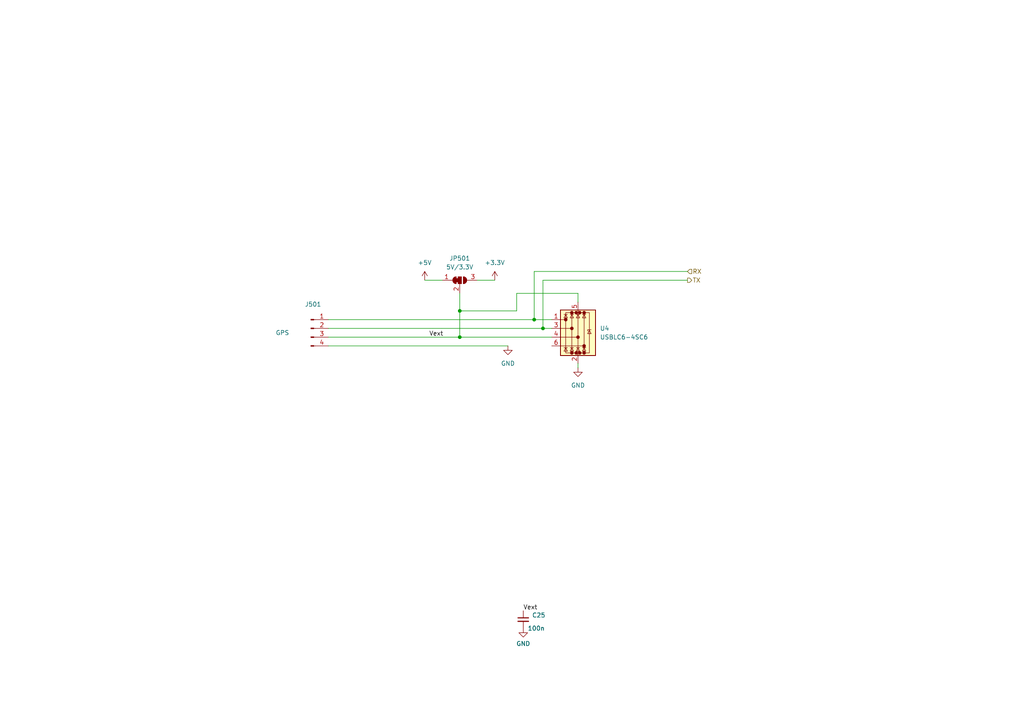
<source format=kicad_sch>
(kicad_sch (version 20231120) (generator "eeschema") (generator_version "8.0")
  (paper "A4")
  (lib_symbols
    (symbol "Connector:Conn_01x04_Pin" (pin_names (offset 1.016) hide)
      (property "Reference" "J" (at 0 5.08 0))
      (property "Value" "Conn_01x04_Pin" (at 0 -7.62 0))
      (symbol "Conn_01x04_Pin_1_1"
        (polyline (pts (xy 1.27 -5.08) (xy 0.8636 -5.08)) (stroke (width 0.1524)))
        (polyline (pts (xy 1.27 -2.54) (xy 0.8636 -2.54)) (stroke (width 0.1524)))
        (polyline (pts (xy 1.27 0) (xy 0.8636 0)) (stroke (width 0.1524)))
        (polyline (pts (xy 1.27 2.54) (xy 0.8636 2.54)) (stroke (width 0.1524)))
        (rectangle (start 0.8636 -4.953) (end 0 -5.207) (stroke (width 0.1524)) (fill (type outline)))
        (rectangle (start 0.8636 -2.413) (end 0 -2.667) (stroke (width 0.1524)) (fill (type outline)))
        (rectangle (start 0.8636 0.127) (end 0 -0.127) (stroke (width 0.1524)) (fill (type outline)))
        (rectangle (start 0.8636 2.667) (end 0 2.413) (stroke (width 0.1524)) (fill (type outline)))
        (pin passive line (at 5.08 2.54 180) (length 3.81) (name "Pin_1") (number "1"))
        (pin passive line (at 5.08 0 180) (length 3.81) (name "Pin_2") (number "2"))
        (pin passive line (at 5.08 -2.54 180) (length 3.81) (name "Pin_3") (number "3"))
        (pin passive line (at 5.08 -5.08 180) (length 3.81) (name "Pin_4") (number "4"))
      )
    )
    (symbol "Device:C_Small" (pin_numbers hide) (pin_names (offset 0.254) hide)
      (property "Reference" "C" (at 0.254 1.778 0))
      (property "Value" "C_Small" (at 0.254 -2.032 0))
      (symbol "C_Small_0_1"
        (polyline (pts (xy -1.524 -0.508) (xy 1.524 -0.508)) (stroke (width 0.3302)))
        (polyline (pts (xy -1.524 0.508) (xy 1.524 0.508)) (stroke (width 0.3048)))
      )
      (symbol "C_Small_1_1"
        (pin passive line (at 0 2.54 270) (length 2.032) (name "~") (number "1"))
        (pin passive line (at 0 -2.54 90) (length 2.032) (name "~") (number "2"))
      )
    )
    (symbol "Jumper:SolderJumper_3_Bridged12" (pin_names (offset 0) hide)
      (property "Reference" "JP" (at -2.54 -2.54 0))
      (property "Value" "SolderJumper_3_Bridged12" (at 0 2.794 0))
      (symbol "SolderJumper_3_Bridged12_0_1"
        (rectangle (start -1.016 0.508) (end -0.508 -0.508) (fill (type outline)))
        (arc (start -1.016 1.016) (mid -2.0276 0) (end -1.016 -1.016))
        (arc (start -1.016 1.016) (mid -2.0276 0) (end -1.016 -1.016) (fill (type outline)))
        (rectangle (start -0.508 1.016) (end 0.508 -1.016) (fill (type outline)))
        (polyline (pts (xy -2.54 0) (xy -2.032 0)))
        (polyline (pts (xy -1.016 1.016) (xy -1.016 -1.016)))
        (polyline (pts (xy 0 -1.27) (xy 0 -1.016)))
        (polyline (pts (xy 1.016 1.016) (xy 1.016 -1.016)))
        (polyline (pts (xy 2.54 0) (xy 2.032 0)))
        (arc (start 1.016 -1.016) (mid 2.0276 0) (end 1.016 1.016))
        (arc (start 1.016 -1.016) (mid 2.0276 0) (end 1.016 1.016) (fill (type outline)))
      )
      (symbol "SolderJumper_3_Bridged12_1_1"
        (pin passive line (at -5.08 0 0) (length 2.54) (name "A") (number "1"))
        (pin passive line (at 0 -3.81 90) (length 2.54) (name "C") (number "2"))
        (pin passive line (at 5.08 0 180) (length 2.54) (name "B") (number "3"))
      )
    )
    (symbol "Power_Protection:USBLC6-4SC6" (pin_names hide)
      (property "Reference" "U" (at 1.27 9.525 0))
      (property "Value" "USBLC6-4SC6" (at 1.27 6.985 0))
      (symbol "USBLC6-4SC6_0_0"
        (circle (center -3.556 2.54) (radius 0.0001) (stroke (width 0.508)))
        (circle (center -1.778 -7.112) (radius 0.0001) (stroke (width 0.508)))
        (circle (center -1.778 0) (radius 0.0001) (stroke (width 0.508)))
        (circle (center -1.778 4.572) (radius 0.0001) (stroke (width 0.508)))
        (circle (center -0.508 -7.112) (radius 0.0001) (stroke (width 0.508)))
        (circle (center -0.508 4.572) (radius 0.0001) (stroke (width 0.508)))
        (circle (center 0 -2.54) (radius 0.0001) (stroke (width 0.508)))
        (circle (center 0.508 -7.112) (radius 0.0001) (stroke (width 0.508)))
        (circle (center 0.508 4.572) (radius 0.0001) (stroke (width 0.508)))
        (circle (center 1.778 -7.112) (radius 0.0001) (stroke (width 0.508)))
        (circle (center 1.778 -5.08) (radius 0.0001) (stroke (width 0.508)))
        (circle (center 1.778 4.572) (radius 0.0001) (stroke (width 0.508)))
      )
      (symbol "USBLC6-4SC6_0_1"
        (polyline (pts (xy -5.08 -5.08) (xy 1.778 -5.08)))
        (polyline (pts (xy -5.08 -2.54) (xy 0 -2.54)))
        (polyline (pts (xy -5.08 0) (xy -1.778 0)))
        (polyline (pts (xy -5.08 2.54) (xy -3.556 2.54)))
        (polyline (pts (xy -4.064 -5.588) (xy -3.048 -5.588)))
        (polyline (pts (xy -3.048 4.064) (xy -4.064 4.064)))
        (polyline (pts (xy -2.286 -5.588) (xy -1.27 -5.588)))
        (polyline (pts (xy -2.286 4.064) (xy -1.27 4.064)))
        (polyline (pts (xy -0.508 -5.588) (xy 0.508 -5.588)))
        (polyline (pts (xy 0 5.08) (xy 0.508 4.572)))
        (polyline (pts (xy 0.508 -7.112) (xy -0.508 -7.112)))
        (polyline (pts (xy 0.508 4.064) (xy -0.508 4.064)))
        (polyline (pts (xy 1.27 4.064) (xy 2.286 4.064)))
        (polyline (pts (xy 2.286 -5.588) (xy 1.27 -5.588)))
        (polyline (pts (xy 2.794 -0.762) (xy 2.794 -0.381) (xy 3.81 -0.381)))
        (polyline (pts (xy -4.064 3.048) (xy -3.048 3.048) (xy -3.556 4.064) (xy -4.064 3.048)))
        (polyline (pts (xy -3.048 -6.604) (xy -4.064 -6.604) (xy -3.556 -5.588) (xy -3.048 -6.604)))
        (polyline (pts (xy -1.27 -6.604) (xy -2.286 -6.604) (xy -1.778 -5.588) (xy -1.27 -6.604)))
        (polyline (pts (xy -1.27 3.048) (xy -2.286 3.048) (xy -1.778 4.064) (xy -1.27 3.048)))
        (polyline (pts (xy -0.508 -6.604) (xy 0.508 -6.604) (xy 0 -5.588) (xy -0.508 -6.604)))
        (polyline (pts (xy -0.508 3.048) (xy 0.508 3.048) (xy 0 4.064) (xy -0.508 3.048)))
        (polyline (pts (xy 1.27 -6.604) (xy 2.286 -6.604) (xy 1.778 -5.588) (xy 1.27 -6.604)))
        (polyline (pts (xy 1.778 4.572) (xy 3.302 4.572) (xy 3.302 -7.112) (xy 1.778 -7.112)))
        (polyline (pts (xy 2.286 3.048) (xy 1.27 3.048) (xy 1.778 4.064) (xy 2.286 3.048)))
        (polyline (pts (xy 3.81 -1.524) (xy 2.794 -1.524) (xy 3.302 -0.508) (xy 3.81 -1.524)))
      )
      (symbol "USBLC6-4SC6_1_1"
        (rectangle (start -5.08 5.334) (end 5.08 -7.874) (stroke (width 0.254)) (fill (type background)))
        (polyline (pts (xy -1.778 4.572) (xy -3.556 4.572) (xy -3.556 -7.112) (xy -1.778 -7.112)))
        (polyline (pts (xy -0.508 4.572) (xy 1.778 4.572) (xy 1.778 -7.112) (xy 0.508 -7.112)))
        (polyline (pts (xy 0.508 -7.112) (xy 0 -6.604) (xy 0 4.064) (xy -0.508 4.572)))
        (polyline (pts (xy 0 -7.62) (xy -0.508 -7.112) (xy -1.778 -7.112) (xy -1.778 4.572) (xy -0.508 4.572)))
        (pin passive line (at -7.62 2.54 0) (length 2.54) (name "I/O1") (number "1"))
        (pin passive line (at 0 -10.16 90) (length 2.54) (name "GND") (number "2"))
        (pin passive line (at -7.62 0 0) (length 2.54) (name "I/O2") (number "3"))
        (pin passive line (at -7.62 -2.54 0) (length 2.54) (name "I/O3") (number "4"))
        (pin passive line (at 0 7.62 270) (length 2.54) (name "VBUS") (number "5"))
        (pin passive line (at -7.62 -5.08 0) (length 2.54) (name "I/O4") (number "6"))
      )
    )
    (symbol "power:+3.3V" (power) (pin_names (offset 0))
      (property "Value" "+3.3V" (at 0 3.556 0))
      (symbol "+3.3V_0_1"
        (polyline (pts (xy -0.762 1.27) (xy 0 2.54)))
        (polyline (pts (xy 0 0) (xy 0 2.54)))
        (polyline (pts (xy 0 2.54) (xy 0.762 1.27)))
      )
      (symbol "+3.3V_1_1"
        (pin power_in line (at 0 0 90) (length 0) hide (name "+3.3V") (number "1"))
      )
    )
    (symbol "power:+5V" (power) (pin_names (offset 0))
      (property "Value" "+5V" (at 0 3.556 0))
      (symbol "+5V_0_1"
        (polyline (pts (xy -0.762 1.27) (xy 0 2.54)))
        (polyline (pts (xy 0 0) (xy 0 2.54)))
        (polyline (pts (xy 0 2.54) (xy 0.762 1.27)))
      )
      (symbol "+5V_1_1"
        (pin power_in line (at 0 0 90) (length 0) hide (name "+5V") (number "1"))
      )
    )
    (symbol "power:GND" (power) (pin_names (offset 0))
      (property "Value" "GND" (at 0 -3.81 0))
      (symbol "GND_0_1"
        (polyline (pts (xy 0 0) (xy 0 -1.27) (xy 1.27 -1.27) (xy 0 -2.54) (xy -1.27 -1.27) (xy 0 -1.27)))
      )
      (symbol "GND_1_1"
        (pin power_in line (at 0 0 270) (length 0) hide (name "GND") (number "1"))
      )
    )
  )
  (junction (at 157.48 95.25))
  (junction (at 133.35 90.17))
  (junction (at 133.35 97.79))
  (junction (at 154.94 92.71))
  (wire (pts (xy 154.94 78.74) (xy 154.94 92.71)))
  (wire (pts (xy 95.25 100.33) (xy 147.32 100.33)))
  (wire (pts (xy 95.25 95.25) (xy 157.48 95.25)))
  (wire (pts (xy 157.48 81.28) (xy 157.48 95.25)))
  (wire (pts (xy 154.94 92.71) (xy 160.02 92.71)))
  (wire (pts (xy 133.35 90.17) (xy 133.35 97.79)))
  (wire (pts (xy 167.64 105.41) (xy 167.64 106.68)))
  (wire (pts (xy 133.35 97.79) (xy 160.02 97.79)))
  (wire (pts (xy 149.86 90.17) (xy 149.86 85.09)))
  (wire (pts (xy 95.25 97.79) (xy 133.35 97.79)))
  (wire (pts (xy 133.35 90.17) (xy 133.35 85.09)))
  (wire (pts (xy 133.35 90.17) (xy 149.86 90.17)))
  (wire (pts (xy 157.48 95.25) (xy 160.02 95.25)))
  (wire (pts (xy 149.86 85.09) (xy 167.64 85.09)))
  (wire (pts (xy 123.19 81.28) (xy 128.27 81.28)))
  (wire (pts (xy 199.39 78.74) (xy 154.94 78.74)))
  (wire (pts (xy 199.39 81.28) (xy 157.48 81.28)))
  (wire (pts (xy 95.25 92.71) (xy 154.94 92.71)))
  (wire (pts (xy 167.64 85.09) (xy 167.64 87.63)))
  (wire (pts (xy 138.43 81.28) (xy 143.51 81.28)))
  (label "Vext" (at 124.46 97.79 0))
  (label "Vext" (at 151.765 177.165 0))
  (hierarchical_label "RX" (shape input) (at 199.39 78.74 0))
  (hierarchical_label "TX" (shape output) (at 199.39 81.28 0))
  (symbol (lib_id "power:GND") (at 151.765 182.245 0) (unit 1)
    (property "Reference" "#PWR0505" (effects (hide yes)))
    (property "Value" "GND" (at 151.765 186.69 0))
  )
  (symbol (lib_id "power:GND") (at 147.32 100.33 0) (unit 1)
    (property "Reference" "#PWR0504" (effects (hide yes)))
    (property "Value" "GND" (at 147.32 105.41 0))
  )
  (symbol (lib_id "Power_Protection:USBLC6-4SC6") (at 167.64 95.25 0) (unit 1)
    (property "Reference" "U4" (at 173.99 95.2499 0) (effects (justify left)))
    (property "Value" "USBLC6-4SC6" (at 173.99 97.7899 0) (effects (justify left)))
    (property "Footprint" "Package_TO_SOT_SMD:SOT-23-6" (effects (hide yes)))
    (property "Datasheet" "https://www.st.com/resource/en/datasheet/usblc6-4.pdf" (effects (hide yes)))
    (property "Description" "Very low capacitance ESD protection diode, 4 data-line, SOT-23-6" (effects (hide yes)))
  )
  (symbol (lib_id "power:GND") (at 167.64 106.68 0) (unit 1)
    (property "Reference" "#PWR027" (effects (hide yes)))
    (property "Value" "GND" (at 167.64 111.76 0))
  )
  (symbol (lib_id "Device:C_Small") (at 151.765 179.705 0) (unit 1)
    (property "Reference" "C25" (at 154.305 178.4412 0) (effects (justify left)))
    (property "Value" "100n" (at 153.035 182.245 0) (effects (justify left)))
    (property "Footprint" "A_Device:C_0603" (effects (hide yes)))
    (property "LCSC" "C14663" (effects (hide yes)))
    (instances (project "NIKOLA-02-E-001_PCAScannerController_R1" (path "" (reference "C25") (unit 1))) (project "Robuoy" (path "" (reference "C502") (unit 1))))
  )
  (symbol (lib_id "Jumper:SolderJumper_3_Bridged12") (at 133.35 81.28 0) (unit 1)
    (property "Reference" "JP501" (at 133.35 74.93 0))
    (property "Value" "5V/3.3V" (at 133.35 77.47 0))
    (property "Footprint" "Jumper:SolderJumper-3_P1.3mm_Bridged12_RoundedPad1.0x1.5mm" (effects (hide yes)))
  )
  (symbol (lib_id "Connector:Conn_01x04_Pin") (at 90.17 95.25 0) (unit 1)
    (property "Reference" "J501" (at 90.805 88.265 0))
    (property "Value" "GPS" (at 81.915 96.52 0))
    (property "Footprint" "Connector_JST:JST_XH_B4B-XH-A_1x04_P2.50mm_Vertical" (effects (hide yes)))
    (property "LCSC" "C98734" (effects (hide yes)))
  )
  (symbol (lib_id "power:+3.3V") (at 143.51 81.28 0) (unit 1)
    (property "Reference" "#PWR0503" (effects (hide yes)))
    (property "Value" "+3.3V" (at 143.51 76.2 0))
  )
  (symbol (lib_id "power:+5V") (at 123.19 81.28 0) (unit 1)
    (property "Reference" "#PWR0501" (effects (hide yes)))
    (property "Value" "+5V" (at 123.19 76.2 0))
  )
)
</source>
